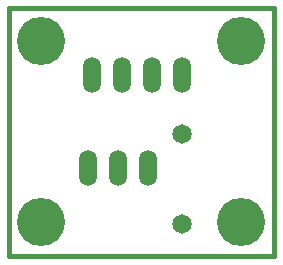
<source format=gtl>
G04 (created by PCBNEW-RS274X (2011-05-25)-stable) date Fri 22 Feb 2013 06:20:34 AM EST*
G01*
G70*
G90*
%MOIN*%
G04 Gerber Fmt 3.4, Leading zero omitted, Abs format*
%FSLAX34Y34*%
G04 APERTURE LIST*
%ADD10C,0.006000*%
%ADD11C,0.015000*%
%ADD12C,0.065000*%
%ADD13O,0.059300X0.118700*%
%ADD14C,0.160000*%
G04 APERTURE END LIST*
G54D10*
G54D11*
X09120Y-00260D02*
X09120Y-00440D01*
X01340Y-00260D02*
X09120Y-00260D01*
X09120Y-08540D02*
X09120Y-00340D01*
X00280Y-08540D02*
X09120Y-08540D01*
X00280Y-08540D02*
X00280Y-08120D01*
X00280Y-00260D02*
X00280Y-00880D01*
X01320Y-00260D02*
X00280Y-00260D01*
X00280Y-08460D02*
X00280Y-00320D01*
G54D12*
X06040Y-07460D03*
X06040Y-04460D03*
G54D13*
X02920Y-05600D03*
X03920Y-05600D03*
X04920Y-05600D03*
G54D14*
X01360Y-01360D03*
X08000Y-01360D03*
X01360Y-07380D03*
X08000Y-07380D03*
G54D13*
X03040Y-02480D03*
X06040Y-02480D03*
X05040Y-02480D03*
X04040Y-02480D03*
M02*

</source>
